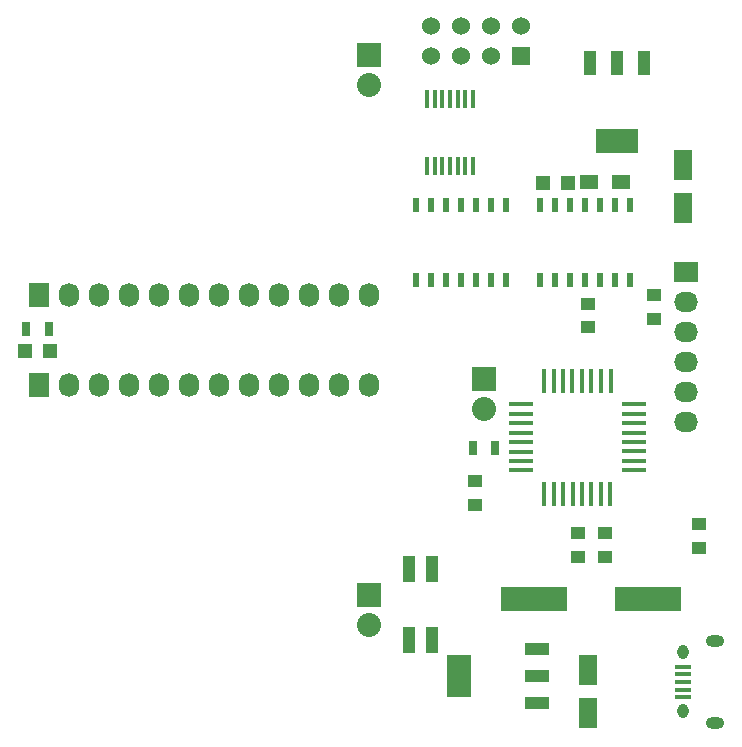
<source format=gts>
G04 #@! TF.FileFunction,Soldermask,Top*
%FSLAX46Y46*%
G04 Gerber Fmt 4.6, Leading zero omitted, Abs format (unit mm)*
G04 Created by KiCad (PCBNEW (2014-12-16 BZR 5324)-product) date Monday, 27 April 2015 11:22:56 am*
%MOMM*%
G01*
G04 APERTURE LIST*
%ADD10C,0.100000*%
%ADD11R,1.250000X1.000000*%
%ADD12R,1.198880X1.198880*%
%ADD13R,0.449580X1.998980*%
%ADD14R,1.998980X0.449580*%
%ADD15R,1.727200X2.032000*%
%ADD16O,1.727200X2.032000*%
%ADD17R,0.700000X1.300000*%
%ADD18R,1.000000X2.250000*%
%ADD19R,5.600700X2.100580*%
%ADD20R,1.600200X2.600960*%
%ADD21R,2.032000X2.032000*%
%ADD22O,2.032000X2.032000*%
%ADD23R,1.500000X1.300000*%
%ADD24R,0.508000X1.143000*%
%ADD25R,0.300000X1.600000*%
%ADD26R,2.032000X3.657600*%
%ADD27R,2.032000X1.016000*%
%ADD28R,3.657600X2.032000*%
%ADD29R,1.016000X2.032000*%
%ADD30R,2.032000X1.727200*%
%ADD31O,2.032000X1.727200*%
%ADD32R,1.350000X0.400000*%
%ADD33O,0.950000X1.250000*%
%ADD34O,1.550000X1.000000*%
%ADD35R,1.524000X1.524000*%
%ADD36C,1.524000*%
G04 APERTURE END LIST*
D10*
D11*
X127762000Y-82058000D03*
X127762000Y-84058000D03*
D12*
X80068420Y-86055200D03*
X82166460Y-86055200D03*
D13*
X129649220Y-98160840D03*
X128849120Y-98160840D03*
X128049020Y-98160840D03*
X127248920Y-98160840D03*
X126448820Y-98160840D03*
X125648720Y-98160840D03*
X124848620Y-98160840D03*
X124048520Y-98160840D03*
X124053600Y-88595200D03*
X129667000Y-88595200D03*
X128854200Y-88595200D03*
X128041400Y-88595200D03*
X127254000Y-88595200D03*
X126441200Y-88595200D03*
X125653800Y-88595200D03*
X124841000Y-88595200D03*
D14*
X122047000Y-96169480D03*
X122047000Y-95371920D03*
X122047000Y-94569280D03*
X122047000Y-93771720D03*
X122047000Y-92969080D03*
X122047000Y-92171520D03*
X122047000Y-91368880D03*
X122047000Y-90571320D03*
X131648200Y-96164400D03*
X131648200Y-95377000D03*
X131648200Y-94564200D03*
X131648200Y-93776800D03*
X131648200Y-92989400D03*
X131648200Y-92176600D03*
X131648200Y-91363800D03*
X131648200Y-90551000D03*
D15*
X81280000Y-81280000D03*
D16*
X83820000Y-81280000D03*
X86360000Y-81280000D03*
X88900000Y-81280000D03*
X91440000Y-81280000D03*
X93980000Y-81280000D03*
X96520000Y-81280000D03*
X99060000Y-81280000D03*
X101600000Y-81280000D03*
X104140000Y-81280000D03*
X106680000Y-81280000D03*
X109220000Y-81280000D03*
D17*
X80192840Y-84160360D03*
X82092840Y-84160360D03*
X118023600Y-94234000D03*
X119923600Y-94234000D03*
D18*
X112588800Y-110543600D03*
X114588800Y-110543600D03*
X112588800Y-104543600D03*
X114588800Y-104543600D03*
D19*
X123167140Y-107086400D03*
X132864860Y-107086400D03*
D11*
X133362700Y-83334100D03*
X133362700Y-81334100D03*
X126949200Y-103463600D03*
X126949200Y-101463600D03*
X129184400Y-103463600D03*
X129184400Y-101463600D03*
D20*
X127736600Y-113093500D03*
X127736600Y-116695220D03*
X135813800Y-73936860D03*
X135813800Y-70335140D03*
D11*
X118160800Y-97094800D03*
X118160800Y-99094800D03*
X137185400Y-102747320D03*
X137185400Y-100747320D03*
D12*
X126067820Y-71805800D03*
X123969780Y-71805800D03*
D21*
X118922800Y-88442800D03*
D22*
X118922800Y-90982800D03*
D23*
X130534400Y-71780400D03*
X127834400Y-71780400D03*
D24*
X113157000Y-80010000D03*
X114427000Y-80010000D03*
X115697000Y-80010000D03*
X116967000Y-80010000D03*
X118237000Y-80010000D03*
X119507000Y-80010000D03*
X120777000Y-80010000D03*
X120777000Y-73660000D03*
X119507000Y-73660000D03*
X116967000Y-73660000D03*
X115697000Y-73660000D03*
X114427000Y-73660000D03*
X113157000Y-73660000D03*
X118237000Y-73660000D03*
X131318000Y-73660000D03*
X130048000Y-73660000D03*
X128778000Y-73660000D03*
X127508000Y-73660000D03*
X126238000Y-73660000D03*
X124968000Y-73660000D03*
X123698000Y-73660000D03*
X123698000Y-80010000D03*
X124968000Y-80010000D03*
X127508000Y-80010000D03*
X128778000Y-80010000D03*
X130048000Y-80010000D03*
X131318000Y-80010000D03*
X126238000Y-80010000D03*
D25*
X116728000Y-64764000D03*
X117378000Y-64764000D03*
X118028000Y-64764000D03*
X118028000Y-70364000D03*
X117378000Y-70364000D03*
X116728000Y-70364000D03*
X114128000Y-70364000D03*
X114778000Y-70364000D03*
X115428000Y-70364000D03*
X116078000Y-70364000D03*
X116078000Y-64764000D03*
X115428000Y-64764000D03*
X114778000Y-64764000D03*
X114128000Y-64764000D03*
D26*
X116850160Y-113598960D03*
D27*
X123454160Y-113598960D03*
X123454160Y-111312960D03*
X123454160Y-115884960D03*
D28*
X130200400Y-68300600D03*
D29*
X130200400Y-61696600D03*
X127914400Y-61696600D03*
X132486400Y-61696600D03*
D30*
X136093200Y-79349600D03*
D31*
X136093200Y-81889600D03*
X136093200Y-84429600D03*
X136093200Y-86969600D03*
X136093200Y-89509600D03*
X136093200Y-92049600D03*
D15*
X81280000Y-88900000D03*
D16*
X83820000Y-88900000D03*
X86360000Y-88900000D03*
X88900000Y-88900000D03*
X91440000Y-88900000D03*
X93980000Y-88900000D03*
X96520000Y-88900000D03*
X99060000Y-88900000D03*
X101600000Y-88900000D03*
X104140000Y-88900000D03*
X106680000Y-88900000D03*
X109220000Y-88900000D03*
D21*
X109220000Y-60960000D03*
D22*
X109220000Y-63500000D03*
D21*
X109220000Y-106680000D03*
D22*
X109220000Y-109220000D03*
D32*
X135826500Y-115379500D03*
X135826500Y-114729500D03*
X135826500Y-114079500D03*
X135826500Y-113429500D03*
X135826500Y-112779500D03*
D33*
X135826500Y-116579500D03*
X135826500Y-111579500D03*
D34*
X138526500Y-117579500D03*
X138526500Y-110579500D03*
D35*
X122045000Y-61105000D03*
D36*
X119505000Y-61105000D03*
X116965000Y-61105000D03*
X114425000Y-61105000D03*
X122045000Y-58565000D03*
X119505000Y-58565000D03*
X116965000Y-58565000D03*
X114425000Y-58565000D03*
M02*

</source>
